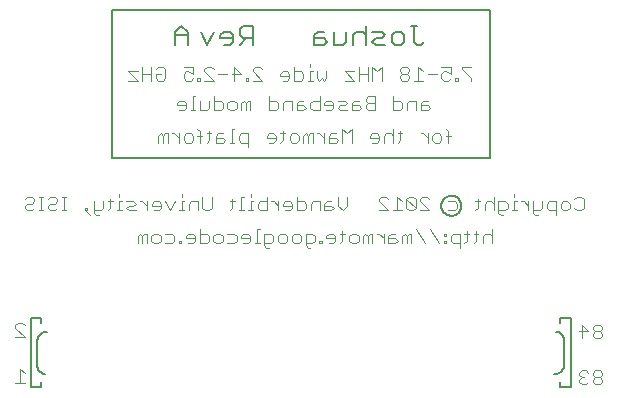
<source format=gbo>
G75*
G70*
%OFA0B0*%
%FSLAX24Y24*%
%IPPOS*%
%LPD*%
%AMOC8*
5,1,8,0,0,1.08239X$1,22.5*
%
%ADD10C,0.0080*%
%ADD11C,0.0060*%
%ADD12C,0.0040*%
%ADD13C,0.0050*%
D10*
X008882Y001756D02*
X008882Y004056D01*
X009221Y004056D01*
X009221Y003890D01*
X009087Y003292D02*
X009087Y002504D01*
X009087Y002505D02*
X009086Y002472D01*
X009089Y002440D01*
X009096Y002409D01*
X009107Y002378D01*
X009120Y002349D01*
X009137Y002321D01*
X009157Y002296D01*
X009179Y002273D01*
X009204Y002252D01*
X009232Y002235D01*
X009261Y002220D01*
X009291Y002209D01*
X009322Y002202D01*
X009354Y002198D01*
X009213Y001922D02*
X009213Y001756D01*
X008882Y001756D01*
X009087Y003300D02*
X009089Y003333D01*
X009095Y003366D01*
X009104Y003398D01*
X009116Y003429D01*
X009132Y003459D01*
X009150Y003487D01*
X009172Y003512D01*
X009195Y003536D01*
X009222Y003556D01*
X009250Y003574D01*
X009280Y003589D01*
X009311Y003601D01*
X009344Y003609D01*
X009377Y003614D01*
X009410Y003615D01*
X011567Y009402D02*
X024166Y009402D01*
X024166Y014323D01*
X011567Y014323D01*
X011567Y009402D01*
X026379Y003614D02*
X026411Y003610D01*
X026442Y003603D01*
X026472Y003592D01*
X026501Y003577D01*
X026529Y003560D01*
X026554Y003539D01*
X026576Y003516D01*
X026596Y003491D01*
X026613Y003463D01*
X026626Y003434D01*
X026637Y003403D01*
X026644Y003372D01*
X026647Y003340D01*
X026646Y003307D01*
X026646Y002520D01*
X026646Y002512D02*
X026644Y002479D01*
X026638Y002446D01*
X026629Y002414D01*
X026617Y002383D01*
X026601Y002353D01*
X026583Y002325D01*
X026561Y002300D01*
X026538Y002276D01*
X026511Y002256D01*
X026483Y002238D01*
X026453Y002223D01*
X026422Y002211D01*
X026389Y002203D01*
X026356Y002198D01*
X026323Y002197D01*
X026512Y001922D02*
X026512Y001756D01*
X026867Y001756D01*
X026867Y004056D01*
X026520Y004056D01*
X026520Y003890D01*
D11*
X021864Y013172D02*
X021757Y013172D01*
X021650Y013279D01*
X021650Y013813D01*
X021757Y013813D02*
X021543Y013813D01*
X021326Y013492D02*
X021326Y013279D01*
X021219Y013172D01*
X021006Y013172D01*
X020899Y013279D01*
X020899Y013492D01*
X021006Y013599D01*
X021219Y013599D01*
X021326Y013492D01*
X020681Y013492D02*
X020575Y013599D01*
X020254Y013599D01*
X020361Y013386D02*
X020575Y013386D01*
X020681Y013492D01*
X020361Y013386D02*
X020254Y013279D01*
X020361Y013172D01*
X020681Y013172D01*
X020037Y013172D02*
X020037Y013813D01*
X019930Y013599D02*
X019716Y013599D01*
X019610Y013492D01*
X019610Y013172D01*
X019392Y013279D02*
X019285Y013172D01*
X018965Y013172D01*
X018965Y013599D01*
X018641Y013599D02*
X018427Y013599D01*
X018321Y013492D01*
X018321Y013172D01*
X018641Y013172D01*
X018748Y013279D01*
X018641Y013386D01*
X018321Y013386D01*
X019392Y013279D02*
X019392Y013599D01*
X019930Y013599D02*
X020037Y013492D01*
X021864Y013172D02*
X021970Y013279D01*
X016262Y013386D02*
X015941Y013386D01*
X015835Y013492D01*
X015835Y013706D01*
X015941Y013813D01*
X016262Y013813D01*
X016262Y013172D01*
X016048Y013386D02*
X015835Y013172D01*
X015617Y013279D02*
X015617Y013492D01*
X015510Y013599D01*
X015297Y013599D01*
X015190Y013492D01*
X015190Y013386D01*
X015617Y013386D01*
X015617Y013279D02*
X015510Y013172D01*
X015297Y013172D01*
X014973Y013599D02*
X014759Y013172D01*
X014546Y013599D01*
X014096Y013599D02*
X014096Y013172D01*
X013669Y013172D02*
X013669Y013599D01*
X013883Y013813D01*
X014096Y013599D01*
X014096Y013492D02*
X013669Y013492D01*
D12*
X008661Y001910D02*
X008354Y001910D01*
X008508Y001910D02*
X008508Y002371D01*
X008661Y002217D01*
X008661Y003434D02*
X008354Y003741D01*
X008354Y003817D01*
X008431Y003894D01*
X008585Y003894D01*
X008661Y003817D01*
X008661Y003434D02*
X008354Y003434D01*
X012427Y006568D02*
X012427Y006798D01*
X012504Y006875D01*
X012581Y006798D01*
X012581Y006568D01*
X012734Y006568D02*
X012734Y006875D01*
X012658Y006875D01*
X012581Y006798D01*
X012888Y006798D02*
X012888Y006644D01*
X012965Y006568D01*
X013118Y006568D01*
X013195Y006644D01*
X013195Y006798D01*
X013118Y006875D01*
X012965Y006875D01*
X012888Y006798D01*
X013348Y006875D02*
X013578Y006875D01*
X013655Y006798D01*
X013655Y006644D01*
X013578Y006568D01*
X013348Y006568D01*
X013809Y006568D02*
X013885Y006568D01*
X013885Y006644D01*
X013809Y006644D01*
X013809Y006568D01*
X014039Y006721D02*
X014346Y006721D01*
X014346Y006644D02*
X014346Y006798D01*
X014269Y006875D01*
X014116Y006875D01*
X014039Y006798D01*
X014039Y006721D01*
X014116Y006568D02*
X014269Y006568D01*
X014346Y006644D01*
X014499Y006568D02*
X014729Y006568D01*
X014806Y006644D01*
X014806Y006798D01*
X014729Y006875D01*
X014499Y006875D01*
X014499Y007028D02*
X014499Y006568D01*
X014960Y006644D02*
X014960Y006798D01*
X015036Y006875D01*
X015190Y006875D01*
X015267Y006798D01*
X015267Y006644D01*
X015190Y006568D01*
X015036Y006568D01*
X014960Y006644D01*
X015420Y006568D02*
X015650Y006568D01*
X015727Y006644D01*
X015727Y006798D01*
X015650Y006875D01*
X015420Y006875D01*
X015880Y006798D02*
X015880Y006721D01*
X016187Y006721D01*
X016187Y006644D02*
X016187Y006798D01*
X016111Y006875D01*
X015957Y006875D01*
X015880Y006798D01*
X015957Y006568D02*
X016111Y006568D01*
X016187Y006644D01*
X016341Y006568D02*
X016494Y006568D01*
X016418Y006568D02*
X016418Y007028D01*
X016494Y007028D01*
X016648Y006875D02*
X016878Y006875D01*
X016955Y006798D01*
X016955Y006644D01*
X016878Y006568D01*
X016648Y006568D01*
X016648Y006491D02*
X016648Y006875D01*
X016648Y006491D02*
X016724Y006414D01*
X016801Y006414D01*
X017108Y006644D02*
X017108Y006798D01*
X017185Y006875D01*
X017338Y006875D01*
X017415Y006798D01*
X017415Y006644D01*
X017338Y006568D01*
X017185Y006568D01*
X017108Y006644D01*
X017568Y006644D02*
X017568Y006798D01*
X017645Y006875D01*
X017799Y006875D01*
X017875Y006798D01*
X017875Y006644D01*
X017799Y006568D01*
X017645Y006568D01*
X017568Y006644D01*
X018029Y006568D02*
X018259Y006568D01*
X018336Y006644D01*
X018336Y006798D01*
X018259Y006875D01*
X018029Y006875D01*
X018029Y006491D01*
X018106Y006414D01*
X018182Y006414D01*
X018489Y006568D02*
X018566Y006568D01*
X018566Y006644D01*
X018489Y006644D01*
X018489Y006568D01*
X018719Y006721D02*
X019026Y006721D01*
X019026Y006644D02*
X019026Y006798D01*
X018950Y006875D01*
X018796Y006875D01*
X018719Y006798D01*
X018719Y006721D01*
X018796Y006568D02*
X018950Y006568D01*
X019026Y006644D01*
X019180Y006568D02*
X019257Y006644D01*
X019257Y006951D01*
X019333Y006875D02*
X019180Y006875D01*
X019487Y006798D02*
X019564Y006875D01*
X019717Y006875D01*
X019794Y006798D01*
X019794Y006644D01*
X019717Y006568D01*
X019564Y006568D01*
X019487Y006644D01*
X019487Y006798D01*
X019947Y006798D02*
X019947Y006568D01*
X020101Y006568D02*
X020101Y006798D01*
X020024Y006875D01*
X019947Y006798D01*
X020101Y006798D02*
X020177Y006875D01*
X020254Y006875D01*
X020254Y006568D01*
X020408Y006875D02*
X020484Y006875D01*
X020638Y006721D01*
X020791Y006721D02*
X021021Y006721D01*
X021098Y006644D01*
X021021Y006568D01*
X020791Y006568D01*
X020791Y006798D01*
X020868Y006875D01*
X021021Y006875D01*
X021252Y006798D02*
X021252Y006568D01*
X021405Y006568D02*
X021405Y006798D01*
X021328Y006875D01*
X021252Y006798D01*
X021405Y006798D02*
X021482Y006875D01*
X021559Y006875D01*
X021559Y006568D01*
X022019Y006568D02*
X021712Y007028D01*
X022172Y007028D02*
X022479Y006568D01*
X022633Y006568D02*
X022710Y006568D01*
X022710Y006644D01*
X022633Y006644D01*
X022633Y006568D01*
X022633Y006798D02*
X022710Y006798D01*
X022710Y006875D01*
X022633Y006875D01*
X022633Y006798D01*
X022863Y006798D02*
X022863Y006644D01*
X022940Y006568D01*
X023170Y006568D01*
X023323Y006568D02*
X023400Y006644D01*
X023400Y006951D01*
X023477Y006875D02*
X023323Y006875D01*
X023170Y006875D02*
X022940Y006875D01*
X022863Y006798D01*
X023170Y006875D02*
X023170Y006414D01*
X023630Y006568D02*
X023707Y006644D01*
X023707Y006951D01*
X023784Y006875D02*
X023630Y006875D01*
X023937Y006798D02*
X023937Y006568D01*
X023937Y006798D02*
X024014Y006875D01*
X024167Y006875D01*
X024244Y006798D01*
X024244Y007028D02*
X024244Y006568D01*
X024533Y007497D02*
X024456Y007574D01*
X024456Y007957D01*
X024686Y007957D01*
X024763Y007881D01*
X024763Y007727D01*
X024686Y007650D01*
X024456Y007650D01*
X024303Y007650D02*
X024303Y008111D01*
X024226Y007957D02*
X024073Y007957D01*
X023996Y007881D01*
X023996Y007650D01*
X023766Y007727D02*
X023766Y008034D01*
X023842Y007957D02*
X023689Y007957D01*
X023766Y007727D02*
X023689Y007650D01*
X024226Y007957D02*
X024303Y007881D01*
X024917Y007650D02*
X025070Y007650D01*
X024993Y007650D02*
X024993Y007957D01*
X025070Y007957D01*
X025224Y007957D02*
X025300Y007957D01*
X025454Y007804D01*
X025454Y007957D02*
X025454Y007650D01*
X025607Y007650D02*
X025837Y007650D01*
X025914Y007727D01*
X025914Y007957D01*
X026068Y007881D02*
X026068Y007727D01*
X026144Y007650D01*
X026375Y007650D01*
X026375Y007497D02*
X026375Y007957D01*
X026144Y007957D01*
X026068Y007881D01*
X026528Y007881D02*
X026528Y007727D01*
X026605Y007650D01*
X026758Y007650D01*
X026835Y007727D01*
X026835Y007881D01*
X026758Y007957D01*
X026605Y007957D01*
X026528Y007881D01*
X026988Y008034D02*
X027065Y008111D01*
X027219Y008111D01*
X027295Y008034D01*
X027295Y007727D01*
X027219Y007650D01*
X027065Y007650D01*
X026988Y007727D01*
X025761Y007497D02*
X025684Y007497D01*
X025607Y007574D01*
X025607Y007957D01*
X024993Y008111D02*
X024993Y008187D01*
X024610Y007497D02*
X024533Y007497D01*
X023075Y007727D02*
X022998Y007650D01*
X022768Y007650D01*
X022768Y007957D02*
X022998Y007957D01*
X023075Y007881D01*
X023075Y007727D01*
X022154Y007650D02*
X021847Y007957D01*
X021847Y008034D01*
X021924Y008111D01*
X022078Y008111D01*
X022154Y008034D01*
X022154Y007650D02*
X021847Y007650D01*
X021694Y007727D02*
X021387Y008034D01*
X021387Y007727D01*
X021464Y007650D01*
X021617Y007650D01*
X021694Y007727D01*
X021694Y008034D01*
X021617Y008111D01*
X021464Y008111D01*
X021387Y008034D01*
X021234Y007957D02*
X021080Y008111D01*
X021080Y007650D01*
X020927Y007650D02*
X021234Y007650D01*
X020773Y007650D02*
X020466Y007957D01*
X020466Y008034D01*
X020543Y008111D01*
X020696Y008111D01*
X020773Y008034D01*
X020773Y007650D02*
X020466Y007650D01*
X019421Y007804D02*
X019268Y007650D01*
X019114Y007804D01*
X019114Y008111D01*
X018884Y007957D02*
X018731Y007957D01*
X018654Y007881D01*
X018654Y007650D01*
X018884Y007650D01*
X018961Y007727D01*
X018884Y007804D01*
X018654Y007804D01*
X018501Y007957D02*
X018501Y007650D01*
X018501Y007957D02*
X018270Y007957D01*
X018194Y007881D01*
X018194Y007650D01*
X018040Y007727D02*
X018040Y007881D01*
X017963Y007957D01*
X017733Y007957D01*
X017733Y008111D02*
X017733Y007650D01*
X017963Y007650D01*
X018040Y007727D01*
X017580Y007727D02*
X017580Y007881D01*
X017503Y007957D01*
X017350Y007957D01*
X017273Y007881D01*
X017273Y007804D01*
X017580Y007804D01*
X017580Y007727D02*
X017503Y007650D01*
X017350Y007650D01*
X017119Y007650D02*
X017119Y007957D01*
X017119Y007804D02*
X016966Y007957D01*
X016889Y007957D01*
X016736Y007957D02*
X016506Y007957D01*
X016429Y007881D01*
X016429Y007727D01*
X016506Y007650D01*
X016736Y007650D01*
X016736Y008111D01*
X016275Y007957D02*
X016199Y007957D01*
X016199Y007650D01*
X016275Y007650D02*
X016122Y007650D01*
X015968Y007650D02*
X015815Y007650D01*
X015892Y007650D02*
X015892Y008111D01*
X015968Y008111D01*
X016199Y008111D02*
X016199Y008187D01*
X015661Y007957D02*
X015508Y007957D01*
X015585Y008034D02*
X015585Y007727D01*
X015508Y007650D01*
X014894Y007727D02*
X014817Y007650D01*
X014664Y007650D01*
X014587Y007727D01*
X014587Y008111D01*
X014434Y007957D02*
X014204Y007957D01*
X014127Y007881D01*
X014127Y007650D01*
X013973Y007650D02*
X013820Y007650D01*
X013897Y007650D02*
X013897Y007957D01*
X013973Y007957D01*
X013897Y008111D02*
X013897Y008187D01*
X013666Y007957D02*
X013513Y007650D01*
X013360Y007957D01*
X013206Y007881D02*
X013129Y007957D01*
X012976Y007957D01*
X012899Y007881D01*
X012899Y007804D01*
X013206Y007804D01*
X013206Y007727D02*
X013206Y007881D01*
X013206Y007727D02*
X013129Y007650D01*
X012976Y007650D01*
X012746Y007650D02*
X012746Y007957D01*
X012746Y007804D02*
X012592Y007957D01*
X012515Y007957D01*
X012362Y007881D02*
X012285Y007957D01*
X012055Y007957D01*
X011902Y007957D02*
X011825Y007957D01*
X011825Y007650D01*
X011902Y007650D02*
X011748Y007650D01*
X011518Y007727D02*
X011518Y008034D01*
X011595Y007957D02*
X011441Y007957D01*
X011288Y007957D02*
X011288Y007727D01*
X011211Y007650D01*
X010981Y007650D01*
X010981Y007574D02*
X011058Y007497D01*
X011134Y007497D01*
X010981Y007574D02*
X010981Y007957D01*
X010751Y007727D02*
X010751Y007650D01*
X010674Y007650D01*
X010674Y007727D01*
X010751Y007727D01*
X010674Y007650D02*
X010827Y007497D01*
X011441Y007650D02*
X011518Y007727D01*
X011825Y008111D02*
X011825Y008187D01*
X012132Y007804D02*
X012285Y007804D01*
X012362Y007881D01*
X012362Y007650D02*
X012132Y007650D01*
X012055Y007727D01*
X012132Y007804D01*
X010060Y007650D02*
X009907Y007650D01*
X009983Y007650D02*
X009983Y008111D01*
X009907Y008111D02*
X010060Y008111D01*
X009753Y008034D02*
X009753Y007957D01*
X009676Y007881D01*
X009523Y007881D01*
X009446Y007804D01*
X009446Y007727D01*
X009523Y007650D01*
X009676Y007650D01*
X009753Y007727D01*
X009753Y008034D02*
X009676Y008111D01*
X009523Y008111D01*
X009446Y008034D01*
X009293Y008111D02*
X009139Y008111D01*
X009216Y008111D02*
X009216Y007650D01*
X009293Y007650D02*
X009139Y007650D01*
X008986Y007727D02*
X008909Y007650D01*
X008756Y007650D01*
X008679Y007727D01*
X008679Y007804D01*
X008756Y007881D01*
X008909Y007881D01*
X008986Y007957D01*
X008986Y008034D01*
X008909Y008111D01*
X008756Y008111D01*
X008679Y008034D01*
X013121Y009914D02*
X013121Y010144D01*
X013198Y010221D01*
X013275Y010144D01*
X013275Y009914D01*
X013428Y009914D02*
X013428Y010221D01*
X013351Y010221D01*
X013275Y010144D01*
X013582Y010221D02*
X013658Y010221D01*
X013812Y010068D01*
X013812Y010221D02*
X013812Y009914D01*
X013965Y009991D02*
X013965Y010144D01*
X014042Y010221D01*
X014195Y010221D01*
X014272Y010144D01*
X014272Y009991D01*
X014195Y009914D01*
X014042Y009914D01*
X013965Y009991D01*
X014426Y010144D02*
X014579Y010144D01*
X014502Y010298D02*
X014426Y010374D01*
X014502Y010298D02*
X014502Y009914D01*
X014733Y009914D02*
X014809Y009991D01*
X014809Y010298D01*
X014886Y010221D02*
X014733Y010221D01*
X015040Y010144D02*
X015040Y009914D01*
X015270Y009914D01*
X015346Y009991D01*
X015270Y010068D01*
X015040Y010068D01*
X015040Y010144D02*
X015116Y010221D01*
X015270Y010221D01*
X015577Y010374D02*
X015577Y009914D01*
X015653Y009914D02*
X015500Y009914D01*
X015807Y009991D02*
X015807Y010144D01*
X015884Y010221D01*
X016114Y010221D01*
X016114Y009761D01*
X016114Y009914D02*
X015884Y009914D01*
X015807Y009991D01*
X015653Y010374D02*
X015577Y010374D01*
X015502Y010997D02*
X015425Y011074D01*
X015425Y011227D01*
X015502Y011304D01*
X015655Y011304D01*
X015732Y011227D01*
X015732Y011074D01*
X015655Y010997D01*
X015502Y010997D01*
X015271Y011074D02*
X015271Y011227D01*
X015195Y011304D01*
X014964Y011304D01*
X014811Y011304D02*
X014811Y011074D01*
X014734Y010997D01*
X014504Y010997D01*
X014504Y011304D01*
X014351Y011457D02*
X014274Y011457D01*
X014274Y010997D01*
X014351Y010997D02*
X014197Y010997D01*
X014044Y011074D02*
X014044Y011227D01*
X013967Y011304D01*
X013813Y011304D01*
X013737Y011227D01*
X013737Y011150D01*
X014044Y011150D01*
X014044Y011074D02*
X013967Y010997D01*
X013813Y010997D01*
X014964Y010997D02*
X015195Y010997D01*
X015271Y011074D01*
X014964Y010997D02*
X014964Y011457D01*
X014961Y011981D02*
X014654Y011981D01*
X014501Y011981D02*
X014424Y011981D01*
X014424Y012058D01*
X014501Y012058D01*
X014501Y011981D01*
X014271Y012058D02*
X014194Y011981D01*
X014040Y011981D01*
X013964Y012058D01*
X013964Y012211D01*
X014040Y012288D01*
X014117Y012288D01*
X014271Y012211D01*
X014271Y012441D01*
X013964Y012441D01*
X013350Y012365D02*
X013350Y012058D01*
X013273Y011981D01*
X013120Y011981D01*
X013043Y012058D01*
X013043Y012211D01*
X013196Y012211D01*
X013043Y012365D02*
X013120Y012441D01*
X013273Y012441D01*
X013350Y012365D01*
X012889Y012441D02*
X012889Y011981D01*
X012889Y012211D02*
X012583Y012211D01*
X012429Y012288D02*
X012122Y012288D01*
X012429Y011981D01*
X012122Y011981D01*
X012583Y011981D02*
X012583Y012441D01*
X014654Y012365D02*
X014654Y012288D01*
X014961Y011981D01*
X015115Y012211D02*
X015422Y012211D01*
X015575Y012211D02*
X015882Y012211D01*
X015652Y012441D01*
X015652Y011981D01*
X016035Y011981D02*
X016112Y011981D01*
X016112Y012058D01*
X016035Y012058D01*
X016035Y011981D01*
X016266Y011981D02*
X016573Y011981D01*
X016266Y012288D01*
X016266Y012365D01*
X016342Y012441D01*
X016496Y012441D01*
X016573Y012365D01*
X017186Y012211D02*
X017186Y012134D01*
X017493Y012134D01*
X017493Y012058D02*
X017493Y012211D01*
X017417Y012288D01*
X017263Y012288D01*
X017186Y012211D01*
X017263Y011981D02*
X017417Y011981D01*
X017493Y012058D01*
X017647Y011981D02*
X017877Y011981D01*
X017954Y012058D01*
X017954Y012211D01*
X017877Y012288D01*
X017647Y012288D01*
X017647Y012441D02*
X017647Y011981D01*
X018107Y011981D02*
X018261Y011981D01*
X018184Y011981D02*
X018184Y012288D01*
X018261Y012288D01*
X018414Y012288D02*
X018414Y012058D01*
X018491Y011981D01*
X018568Y012058D01*
X018644Y011981D01*
X018721Y012058D01*
X018721Y012288D01*
X018184Y012441D02*
X018184Y012518D01*
X019335Y012288D02*
X019642Y011981D01*
X019335Y011981D01*
X019335Y012288D02*
X019642Y012288D01*
X019795Y012211D02*
X020102Y012211D01*
X020102Y011981D02*
X020102Y012441D01*
X020256Y012441D02*
X020409Y012288D01*
X020563Y012441D01*
X020563Y011981D01*
X020256Y011981D02*
X020256Y012441D01*
X019795Y012441D02*
X019795Y011981D01*
X020105Y011457D02*
X020029Y011380D01*
X020029Y011304D01*
X020105Y011227D01*
X020336Y011227D01*
X020336Y011457D02*
X020105Y011457D01*
X020105Y011227D02*
X020029Y011150D01*
X020029Y011074D01*
X020105Y010997D01*
X020336Y010997D01*
X020336Y011457D01*
X020950Y011457D02*
X020950Y010997D01*
X021180Y010997D01*
X021256Y011074D01*
X021256Y011227D01*
X021180Y011304D01*
X020950Y011304D01*
X021410Y011227D02*
X021410Y010997D01*
X021410Y011227D02*
X021487Y011304D01*
X021717Y011304D01*
X021717Y010997D01*
X021870Y010997D02*
X022101Y010997D01*
X022177Y011074D01*
X022101Y011150D01*
X021870Y011150D01*
X021870Y011227D02*
X021870Y010997D01*
X021870Y011227D02*
X021947Y011304D01*
X022101Y011304D01*
X021944Y011981D02*
X021637Y011981D01*
X021790Y011981D02*
X021790Y012441D01*
X021944Y012288D01*
X022097Y012211D02*
X022404Y012211D01*
X022558Y012211D02*
X022558Y012058D01*
X022634Y011981D01*
X022788Y011981D01*
X022865Y012058D01*
X023018Y012058D02*
X023018Y011981D01*
X023095Y011981D01*
X023095Y012058D01*
X023018Y012058D01*
X022865Y012211D02*
X022711Y012288D01*
X022634Y012288D01*
X022558Y012211D01*
X022558Y012441D02*
X022865Y012441D01*
X022865Y012211D01*
X023248Y012365D02*
X023555Y012058D01*
X023555Y011981D01*
X023555Y012441D02*
X023248Y012441D01*
X023248Y012365D01*
X021483Y012365D02*
X021483Y012288D01*
X021407Y012211D01*
X021253Y012211D01*
X021177Y012134D01*
X021177Y012058D01*
X021253Y011981D01*
X021407Y011981D01*
X021483Y012058D01*
X021483Y012134D01*
X021407Y012211D01*
X021253Y012211D02*
X021177Y012288D01*
X021177Y012365D01*
X021253Y012441D01*
X021407Y012441D01*
X021483Y012365D01*
X019799Y011304D02*
X019645Y011304D01*
X019568Y011227D01*
X019568Y010997D01*
X019799Y010997D01*
X019875Y011074D01*
X019799Y011150D01*
X019568Y011150D01*
X019415Y011227D02*
X019338Y011304D01*
X019108Y011304D01*
X018954Y011227D02*
X018878Y011304D01*
X018724Y011304D01*
X018648Y011227D01*
X018648Y011150D01*
X018954Y011150D01*
X018954Y011074D02*
X018954Y011227D01*
X018954Y011074D02*
X018878Y010997D01*
X018724Y010997D01*
X018494Y010997D02*
X018264Y010997D01*
X018187Y011074D01*
X018187Y011227D01*
X018264Y011304D01*
X018494Y011304D01*
X018494Y011457D02*
X018494Y010997D01*
X019108Y011074D02*
X019185Y011150D01*
X019338Y011150D01*
X019415Y011227D01*
X019415Y010997D02*
X019185Y010997D01*
X019108Y011074D01*
X019260Y010374D02*
X019260Y009914D01*
X019106Y009991D02*
X019030Y010068D01*
X018799Y010068D01*
X018799Y010144D02*
X018799Y009914D01*
X019030Y009914D01*
X019106Y009991D01*
X019030Y010221D02*
X018876Y010221D01*
X018799Y010144D01*
X018646Y010068D02*
X018492Y010221D01*
X018416Y010221D01*
X018262Y010221D02*
X018186Y010221D01*
X018109Y010144D01*
X018032Y010221D01*
X017955Y010144D01*
X017955Y009914D01*
X018109Y009914D02*
X018109Y010144D01*
X018262Y010221D02*
X018262Y009914D01*
X018646Y009914D02*
X018646Y010221D01*
X019260Y010374D02*
X019413Y010221D01*
X019567Y010374D01*
X019567Y009914D01*
X020181Y010068D02*
X020488Y010068D01*
X020488Y010144D02*
X020411Y010221D01*
X020257Y010221D01*
X020181Y010144D01*
X020181Y010068D01*
X020257Y009914D02*
X020411Y009914D01*
X020488Y009991D01*
X020488Y010144D01*
X020641Y010144D02*
X020641Y009914D01*
X020641Y010144D02*
X020718Y010221D01*
X020871Y010221D01*
X020948Y010144D01*
X021101Y010221D02*
X021255Y010221D01*
X021178Y010298D02*
X021178Y009991D01*
X021101Y009914D01*
X020948Y009914D02*
X020948Y010374D01*
X021869Y010221D02*
X021945Y010221D01*
X022099Y010068D01*
X022099Y010221D02*
X022099Y009914D01*
X022252Y009991D02*
X022252Y010144D01*
X022329Y010221D01*
X022483Y010221D01*
X022559Y010144D01*
X022559Y009991D01*
X022483Y009914D01*
X022329Y009914D01*
X022252Y009991D01*
X022713Y010144D02*
X022866Y010144D01*
X022789Y010298D02*
X022713Y010374D01*
X022789Y010298D02*
X022789Y009914D01*
X019421Y008111D02*
X019421Y007804D01*
X020638Y006875D02*
X020638Y006568D01*
X017725Y009914D02*
X017572Y009914D01*
X017495Y009991D01*
X017495Y010144D01*
X017572Y010221D01*
X017725Y010221D01*
X017802Y010144D01*
X017802Y009991D01*
X017725Y009914D01*
X017265Y009991D02*
X017265Y010298D01*
X017342Y010221D02*
X017188Y010221D01*
X017035Y010144D02*
X016958Y010221D01*
X016804Y010221D01*
X016728Y010144D01*
X016728Y010068D01*
X017035Y010068D01*
X017035Y010144D02*
X017035Y009991D01*
X016958Y009914D01*
X016804Y009914D01*
X017188Y009914D02*
X017265Y009991D01*
X017266Y010997D02*
X017266Y011227D01*
X017343Y011304D01*
X017573Y011304D01*
X017573Y010997D01*
X017727Y010997D02*
X017727Y011227D01*
X017804Y011304D01*
X017957Y011304D01*
X017957Y011150D02*
X017727Y011150D01*
X017727Y010997D02*
X017957Y010997D01*
X018034Y011074D01*
X017957Y011150D01*
X017113Y011074D02*
X017113Y011227D01*
X017036Y011304D01*
X016806Y011304D01*
X016806Y011457D02*
X016806Y010997D01*
X017036Y010997D01*
X017113Y011074D01*
X016192Y010997D02*
X016192Y011304D01*
X016115Y011304D01*
X016039Y011227D01*
X015962Y011304D01*
X015885Y011227D01*
X015885Y010997D01*
X016039Y010997D02*
X016039Y011227D01*
X014961Y012365D02*
X014884Y012441D01*
X014731Y012441D01*
X014654Y012365D01*
X014894Y008111D02*
X014894Y007727D01*
X014434Y007650D02*
X014434Y007957D01*
X027154Y003617D02*
X027460Y003617D01*
X027230Y003847D01*
X027230Y003387D01*
X027614Y003463D02*
X027691Y003387D01*
X027844Y003387D01*
X027921Y003463D01*
X027921Y003540D01*
X027844Y003617D01*
X027691Y003617D01*
X027614Y003540D01*
X027614Y003463D01*
X027691Y003617D02*
X027614Y003693D01*
X027614Y003770D01*
X027691Y003847D01*
X027844Y003847D01*
X027921Y003770D01*
X027921Y003693D01*
X027844Y003617D01*
X027844Y002319D02*
X027691Y002319D01*
X027614Y002243D01*
X027614Y002166D01*
X027691Y002089D01*
X027844Y002089D01*
X027921Y002166D01*
X027921Y002243D01*
X027844Y002319D01*
X027844Y002089D02*
X027921Y002012D01*
X027921Y001936D01*
X027844Y001859D01*
X027691Y001859D01*
X027614Y001936D01*
X027614Y002012D01*
X027691Y002089D01*
X027460Y001936D02*
X027384Y001859D01*
X027230Y001859D01*
X027154Y001936D01*
X027154Y002012D01*
X027230Y002089D01*
X027307Y002089D01*
X027230Y002089D02*
X027154Y002166D01*
X027154Y002243D01*
X027230Y002319D01*
X027384Y002319D01*
X027460Y002243D01*
D13*
X022551Y007807D02*
X022553Y007843D01*
X022559Y007879D01*
X022569Y007914D01*
X022582Y007948D01*
X022599Y007980D01*
X022619Y008010D01*
X022643Y008037D01*
X022669Y008062D01*
X022698Y008084D01*
X022729Y008103D01*
X022762Y008118D01*
X022796Y008130D01*
X022832Y008138D01*
X022868Y008142D01*
X022904Y008142D01*
X022940Y008138D01*
X022976Y008130D01*
X023010Y008118D01*
X023043Y008103D01*
X023074Y008084D01*
X023103Y008062D01*
X023129Y008037D01*
X023153Y008010D01*
X023173Y007980D01*
X023190Y007948D01*
X023203Y007914D01*
X023213Y007879D01*
X023219Y007843D01*
X023221Y007807D01*
X023219Y007771D01*
X023213Y007735D01*
X023203Y007700D01*
X023190Y007666D01*
X023173Y007634D01*
X023153Y007604D01*
X023129Y007577D01*
X023103Y007552D01*
X023074Y007530D01*
X023043Y007511D01*
X023010Y007496D01*
X022976Y007484D01*
X022940Y007476D01*
X022904Y007472D01*
X022868Y007472D01*
X022832Y007476D01*
X022796Y007484D01*
X022762Y007496D01*
X022729Y007511D01*
X022698Y007530D01*
X022669Y007552D01*
X022643Y007577D01*
X022619Y007604D01*
X022599Y007634D01*
X022582Y007666D01*
X022569Y007700D01*
X022559Y007735D01*
X022553Y007771D01*
X022551Y007807D01*
M02*

</source>
